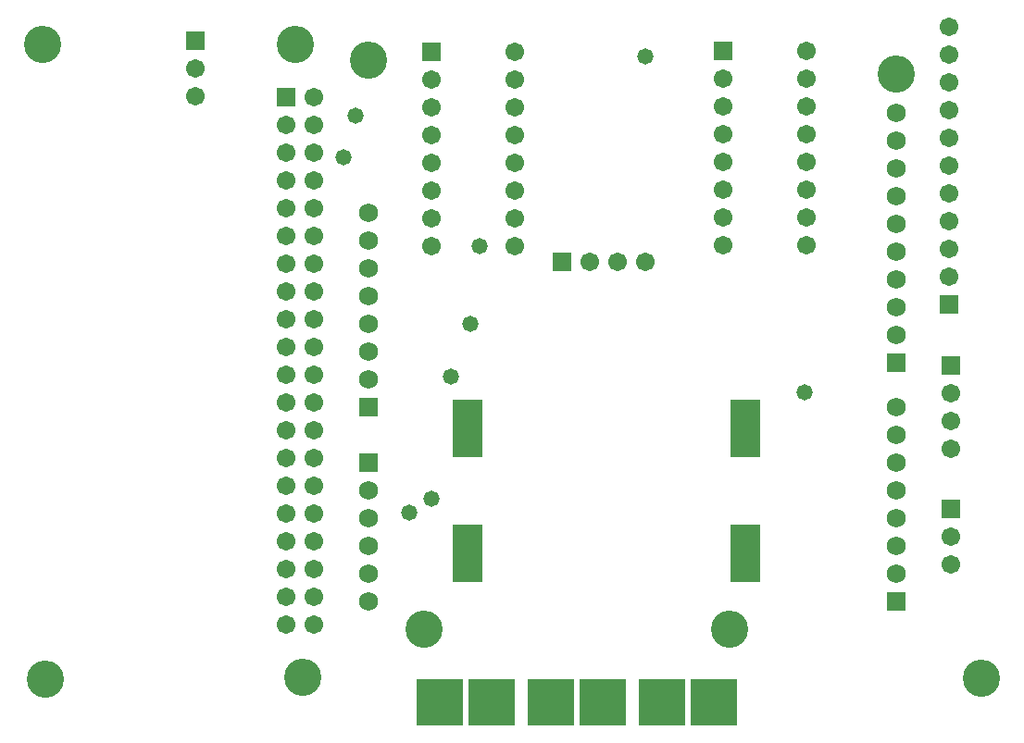
<source format=gbs>
G04*
G04 #@! TF.GenerationSoftware,Altium Limited,Altium Designer,22.4.2 (48)*
G04*
G04 Layer_Color=16711935*
%FSLAX25Y25*%
%MOIN*%
G70*
G04*
G04 #@! TF.SameCoordinates,BB4B1E32-F115-428D-8FF9-27E3AA0A464A*
G04*
G04*
G04 #@! TF.FilePolarity,Negative*
G04*
G01*
G75*
%ADD18C,0.06706*%
%ADD19R,0.06706X0.06706*%
%ADD20R,0.06706X0.06706*%
%ADD21R,0.10642X0.10642*%
%ADD22C,0.13398*%
%ADD23R,0.16548X0.16548*%
%ADD24R,0.06800X0.06800*%
%ADD25C,0.06800*%
%ADD26C,0.05800*%
D18*
X67500Y229500D02*
D03*
Y239500D02*
D03*
X209500Y170000D02*
D03*
X219500D02*
D03*
X229500D02*
D03*
X152500Y235500D02*
D03*
Y225500D02*
D03*
Y215500D02*
D03*
Y205500D02*
D03*
Y195500D02*
D03*
Y185500D02*
D03*
Y175500D02*
D03*
X182500Y245500D02*
D03*
Y235500D02*
D03*
Y225500D02*
D03*
Y215500D02*
D03*
Y205500D02*
D03*
Y195500D02*
D03*
Y185500D02*
D03*
Y175500D02*
D03*
X110284Y229169D02*
D03*
X100284Y219169D02*
D03*
X110284D02*
D03*
X100284Y209169D02*
D03*
X110284D02*
D03*
X100284Y199169D02*
D03*
X110284D02*
D03*
X100284Y189169D02*
D03*
X110284D02*
D03*
X100284Y179169D02*
D03*
X110284D02*
D03*
X100284Y169169D02*
D03*
X110284D02*
D03*
X100284Y159169D02*
D03*
X110284D02*
D03*
X100284Y149169D02*
D03*
X110284D02*
D03*
X100284Y139169D02*
D03*
X110284D02*
D03*
X100284Y129169D02*
D03*
X110284D02*
D03*
X100284Y119169D02*
D03*
X110284D02*
D03*
X100284Y109169D02*
D03*
X110284D02*
D03*
X100284Y99169D02*
D03*
X110284D02*
D03*
X100284Y89169D02*
D03*
X110284D02*
D03*
X100284Y79169D02*
D03*
X110284D02*
D03*
X100284Y69169D02*
D03*
X110284D02*
D03*
X100284Y59169D02*
D03*
X110284D02*
D03*
X100284Y49169D02*
D03*
X110284D02*
D03*
X100284Y39169D02*
D03*
X110284D02*
D03*
X287500Y176000D02*
D03*
Y186000D02*
D03*
Y196000D02*
D03*
Y206000D02*
D03*
Y216000D02*
D03*
Y226000D02*
D03*
Y236000D02*
D03*
Y246000D02*
D03*
X257500Y176000D02*
D03*
Y186000D02*
D03*
Y196000D02*
D03*
Y206000D02*
D03*
Y216000D02*
D03*
Y226000D02*
D03*
Y236000D02*
D03*
X339500Y71000D02*
D03*
Y61000D02*
D03*
Y102500D02*
D03*
Y112500D02*
D03*
Y122500D02*
D03*
X339000Y164500D02*
D03*
Y174500D02*
D03*
Y184500D02*
D03*
Y194500D02*
D03*
Y204500D02*
D03*
Y214500D02*
D03*
Y224500D02*
D03*
Y234500D02*
D03*
Y244500D02*
D03*
Y254500D02*
D03*
D19*
X67500Y249500D02*
D03*
X100284Y229169D02*
D03*
X339500Y81000D02*
D03*
Y132500D02*
D03*
X339000Y154500D02*
D03*
D20*
X199500Y170000D02*
D03*
X152500Y245500D02*
D03*
X257500Y246000D02*
D03*
D21*
X265500Y114992D02*
D03*
Y104992D02*
D03*
X165500Y115000D02*
D03*
Y105000D02*
D03*
Y60000D02*
D03*
Y70000D02*
D03*
X265500Y60000D02*
D03*
Y70000D02*
D03*
D22*
X106284Y20169D02*
D03*
X12784Y248169D02*
D03*
X103784D02*
D03*
X13784Y19669D02*
D03*
X350500Y20000D02*
D03*
X150000Y37500D02*
D03*
X260000D02*
D03*
X130000Y242500D02*
D03*
X320000Y237500D02*
D03*
D23*
X254276Y11200D02*
D03*
X214276D02*
D03*
X174276D02*
D03*
X155776D02*
D03*
X195776D02*
D03*
X235776D02*
D03*
D24*
X130000Y97500D02*
D03*
X320000Y133500D02*
D03*
Y47500D02*
D03*
X130000Y117500D02*
D03*
D25*
Y87500D02*
D03*
Y77500D02*
D03*
Y67500D02*
D03*
Y57500D02*
D03*
Y47500D02*
D03*
X320000Y143500D02*
D03*
Y153500D02*
D03*
Y163500D02*
D03*
Y173500D02*
D03*
Y183500D02*
D03*
Y193500D02*
D03*
Y203500D02*
D03*
Y213500D02*
D03*
Y223500D02*
D03*
Y77500D02*
D03*
Y87500D02*
D03*
Y97500D02*
D03*
Y107500D02*
D03*
Y117500D02*
D03*
Y57500D02*
D03*
Y67500D02*
D03*
X130000Y147500D02*
D03*
Y157500D02*
D03*
Y167500D02*
D03*
Y177500D02*
D03*
Y187500D02*
D03*
Y127500D02*
D03*
Y137500D02*
D03*
D26*
X287000Y123000D02*
D03*
X159500Y128500D02*
D03*
X121000Y207500D02*
D03*
X166500Y147500D02*
D03*
X170000Y175500D02*
D03*
X152500Y84500D02*
D03*
X144500Y79500D02*
D03*
X229500Y244000D02*
D03*
X125400Y222500D02*
D03*
M02*

</source>
